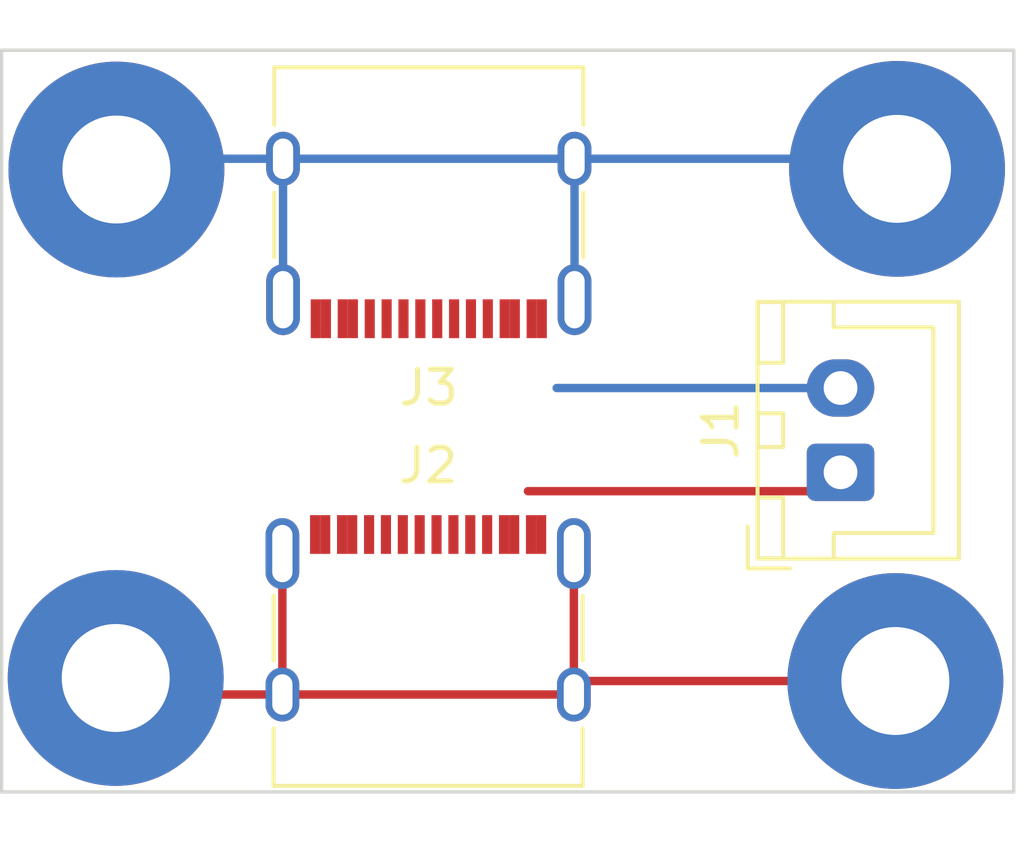
<source format=kicad_pcb>
(kicad_pcb (version 20211014) (generator pcbnew)
  (layers (0 "F.Cu" signal) (31 "B.Cu" signal) (34 "B.Paste" user) (35 "F.Paste" user) (36 "B.SilkS" user "B.Silkscreen") (37 "F.SilkS" user "F.Silkscreen") (38 "B.Mask" user) (39 "F.Mask" user) (44 "Edge.Cuts" user))
  (net 0 "")
  (net 1 "GND")
  (net 2 "+5V")
  (net 3 "Net-(J2-PadA5)")
  (net 4 "Net-(J2-PadA6)")
  (net 5 "Net-(J2-PadA7)")
  (net 6 "Net-(J2-PadA8)")
  (net 7 "Net-(J2-PadB5)")
  (net 8 "Net-(J2-PadB6)")
  (net 9 "Net-(J2-PadB7)")
  (net 10 "Net-(J2-PadB8)")
  (footprint "" (layer "F.Cu") (at 171.49 92.71)
    (fp_text reference "" (at 0 0) (layer "F.SilkS") (effects (font (size 1.27 1.27))))
    (fp_text value "" (at 0 0) (layer "F.SilkS") (effects (font (size 1.27 1.27))))
    (pad "1" thru_hole circle locked (at 0 0) (size 6.4 6.4) (drill 3.2) (layers *.Cu *.Mask) (net 1 "GND"))
  )
  (footprint "" (layer "F.Cu") (at 171.54 77.52)
    (fp_text reference "" (at 0 0) (layer "F.SilkS") (effects (font (size 1.27 1.27))))
    (fp_text value "" (at 0 0) (layer "F.SilkS") (effects (font (size 1.27 1.27))))
    (pad "1" thru_hole circle locked (at 0 0) (size 6.4 6.4) (drill 3.2) (layers *.Cu *.Mask) (net 1 "GND"))
  )
  (footprint "" (layer "F.Cu") (at 148.38 92.62)
    (fp_text reference "" (at 0 0) (layer "F.SilkS") (effects (font (size 1.27 1.27))))
    (fp_text value "" (at 0 0) (layer "F.SilkS") (effects (font (size 1.27 1.27))))
    (pad "1" thru_hole circle locked (at 0 0) (size 6.4 6.4) (drill 3.2) (layers *.Cu *.Mask) (net 1 "GND"))
  )
  (footprint "" (layer "F.Cu") (at 148.4 77.54)
    (fp_text reference "" (at 0 0) (layer "F.SilkS") (effects (font (size 1.27 1.27))))
    (fp_text value "" (at 0 0) (layer "F.SilkS") (effects (font (size 1.27 1.27))))
    (pad "1" thru_hole circle locked (at 0 0) (size 6.4 6.4) (drill 3.2) (layers *.Cu *.Mask) (net 1 "GND"))
  )
  (footprint "Connector_USB:USB_C_Receptacle_XKB_U262-16XN-4BVC11" (layer "F.Cu") (at 157.66 78.295 180)
    (fp_text reference "J3" (at 0 -5.715) (layer "F.SilkS"))
    (fp_text value "USB_C_Receptacle_USB2.0")
    (fp_line (start -4.58 -1.85) (end -4.58 0.07) (layer "F.SilkS") (width 0.12))
    (fp_line (start 4.58 0.07) (end 4.58 -1.85) (layer "F.SilkS") (width 0.12))
    (fp_line (start 4.58 3.785) (end -4.58 3.785) (layer "F.SilkS") (width 0.12))
    (fp_line (start 4.58 2.08) (end 4.58 3.785) (layer "F.SilkS") (width 0.12))
    (fp_line (start -4.58 3.785) (end -4.58 2.08) (layer "F.SilkS") (width 0.12))
    (pad "" np_thru_hole circle (at 2.89 -2.605 180) (size 0.65 0.65) (drill 0.65) (layers *.Cu *.Mask))
    (pad "" np_thru_hole circle (at -2.89 -2.605 180) (size 0.65 0.65) (drill 0.65) (layers *.Cu *.Mask))
    (pad "A1" smd rect (at -3.35 -3.67 180) (size 0.3 1.15) (layers "F.Cu" "F.Paste" "F.Mask") (net 1 "GND"))
    (pad "A4" smd rect (at -2.55 -3.67 180) (size 0.3 1.15) (layers "F.Cu" "F.Paste" "F.Mask") (net 2 "+5V"))
    (pad "A5" smd rect (at -1.25 -3.67 180) (size 0.3 1.15) (layers "F.Cu" "F.Paste" "F.Mask") (net 7 "Net-(J2-PadB5)"))
    (pad "A6" smd rect (at -0.25 -3.67 180) (size 0.3 1.15) (layers "F.Cu" "F.Paste" "F.Mask") (net 8 "Net-(J2-PadB6)"))
    (pad "A7" smd rect (at 0.25 -3.67 180) (size 0.3 1.15) (layers "F.Cu" "F.Paste" "F.Mask") (net 9 "Net-(J2-PadB7)"))
    (pad "A8" smd rect (at 1.25 -3.67 180) (size 0.3 1.15) (layers "F.Cu" "F.Paste" "F.Mask") (net 10 "Net-(J2-PadB8)"))
    (pad "A9" smd rect (at 2.55 -3.67 180) (size 0.3 1.15) (layers "F.Cu" "F.Paste" "F.Mask") (net 2 "+5V"))
    (pad "A12" smd rect (at 3.35 -3.67 180) (size 0.3 1.15) (layers "F.Cu" "F.Paste" "F.Mask") (net 1 "GND"))
    (pad "B1" smd rect (at 3.05 -3.67 180) (size 0.3 1.15) (layers "F.Cu" "F.Paste" "F.Mask") (net 1 "GND"))
    (pad "B4" smd rect (at 2.25 -3.67 180) (size 0.3 1.15) (layers "F.Cu" "F.Paste" "F.Mask") (net 2 "+5V"))
    (pad "B5" smd rect (at 1.75 -3.67 180) (size 0.3 1.15) (layers "F.Cu" "F.Paste" "F.Mask") (net 3 "Net-(J2-PadA5)"))
    (pad "B6" smd rect (at 0.75 -3.67 180) (size 0.3 1.15) (layers "F.Cu" "F.Paste" "F.Mask") (net 4 "Net-(J2-PadA6)"))
    (pad "B7" smd rect (at -0.75 -3.67 180) (size 0.3 1.15) (layers "F.Cu" "F.Paste" "F.Mask") (net 5 "Net-(J2-PadA7)"))
    (pad "B8" smd rect (at -1.75 -3.67 180) (size 0.3 1.15) (layers "F.Cu" "F.Paste" "F.Mask") (net 6 "Net-(J2-PadA8)"))
    (pad "B9" smd rect (at -2.25 -3.67 180) (size 0.3 1.15) (layers "F.Cu" "F.Paste" "F.Mask") (net 2 "+5V"))
    (pad "B12" smd rect (at -3.05 -3.67 180) (size 0.3 1.15) (layers "F.Cu" "F.Paste" "F.Mask") (net 1 "GND"))
    (pad "S1" thru_hole oval (at -4.32 -3.105 180) (size 1 2.1) (drill oval 0.6 1.7) (layers *.Cu *.Mask) (net 1 "GND"))
    (pad "S1" thru_hole oval (at -4.32 1.075 180) (size 1 1.6) (drill oval 0.6 1.2) (layers *.Cu *.Mask) (net 1 "GND"))
    (pad "S1" thru_hole oval (at 4.32 1.075 180) (size 1 1.6) (drill oval 0.6 1.2) (layers *.Cu *.Mask) (net 1 "GND"))
    (pad "S1" thru_hole oval (at 4.32 -3.105 180) (size 1 2.1) (drill oval 0.6 1.7) (layers *.Cu *.Mask) (net 1 "GND"))
  )
  (footprint "Connector_JST:JST_XH_B2B-XH-A_1x02_P2.50mm_Vertical" (layer "F.Cu") (at 169.865 86.52 90)
    (fp_text reference "J1" (at 1.25 -3.55 90) (layer "F.SilkS"))
    (fp_text value "Conn_01x02")
    (fp_line (start 5.05 -1.7) (end 5.05 -2.45) (layer "F.SilkS") (width 0.12))
    (fp_line (start -0.75 -2.45) (end -2.55 -2.45) (layer "F.SilkS") (width 0.12))
    (fp_line (start -1.8 -0.2) (end -1.8 2.75) (layer "F.SilkS") (width 0.12))
    (fp_line (start -1.8 2.75) (end 1.25 2.75) (layer "F.SilkS") (width 0.12))
    (fp_line (start -2.56 -2.46) (end -2.56 3.51) (layer "F.SilkS") (width 0.12))
    (fp_line (start 4.3 2.75) (end 1.25 2.75) (layer "F.SilkS") (width 0.12))
    (fp_line (start 5.06 3.51) (end 5.06 -2.46) (layer "F.SilkS") (width 0.12))
    (fp_line (start 3.25 -2.45) (end 3.25 -1.7) (layer "F.SilkS") (width 0.12))
    (fp_line (start -0.75 -1.7) (end -0.75 -2.45) (layer "F.SilkS") (width 0.12))
    (fp_line (start -2.85 -2.75) (end -2.85 -1.5) (layer "F.SilkS") (width 0.12))
    (fp_line (start -2.55 -1.7) (end -0.75 -1.7) (layer "F.SilkS") (width 0.12))
    (fp_line (start 5.06 -2.46) (end -2.56 -2.46) (layer "F.SilkS") (width 0.12))
    (fp_line (start -2.56 3.51) (end 5.06 3.51) (layer "F.SilkS") (width 0.12))
    (fp_line (start 1.75 -2.45) (end 0.75 -2.45) (layer "F.SilkS") (width 0.12))
    (fp_line (start 5.05 -2.45) (end 3.25 -2.45) (layer "F.SilkS") (width 0.12))
    (fp_line (start -2.55 -0.2) (end -1.8 -0.2) (layer "F.SilkS") (width 0.12))
    (fp_line (start 4.3 -0.2) (end 4.3 2.75) (layer "F.SilkS") (width 0.12))
    (fp_line (start -2.55 -2.45) (end -2.55 -1.7) (layer "F.SilkS") (width 0.12))
    (fp_line (start 3.25 -1.7) (end 5.05 -1.7) (layer "F.SilkS") (width 0.12))
    (fp_line (start -1.6 -2.75) (end -2.85 -2.75) (layer "F.SilkS") (width 0.12))
    (fp_line (start 5.05 -0.2) (end 4.3 -0.2) (layer "F.SilkS") (width 0.12))
    (fp_line (start 1.75 -1.7) (end 1.75 -2.45) (layer "F.SilkS") (width 0.12))
    (fp_line (start 0.75 -2.45) (end 0.75 -1.7) (layer "F.SilkS") (width 0.12))
    (fp_line (start 0.75 -1.7) (end 1.75 -1.7) (layer "F.SilkS") (width 0.12))
    (pad "1" thru_hole roundrect (at 0 0 90) (size 1.7 2) (drill 1) (layers *.Cu *.Mask) (roundrect_rratio 0.147059) (net 2 "+5V"))
    (pad "2" thru_hole oval (at 2.5 0 90) (size 1.7 2) (drill 1) (layers *.Cu *.Mask) (net 2 "+5V"))
  )
  (footprint "Connector_USB:USB_C_Receptacle_XKB_U262-16XN-4BVC11" (layer "F.Cu") (at 157.64 92.035)
    (fp_text reference "J2" (at 0 -5.715) (layer "F.SilkS"))
    (fp_text value "USB_C_Receptacle_USB2.0")
    (fp_line (start 4.58 3.785) (end -4.58 3.785) (layer "F.SilkS") (width 0.12))
    (fp_line (start 4.58 2.08) (end 4.58 3.785) (layer "F.SilkS") (width 0.12))
    (fp_line (start 4.58 0.07) (end 4.58 -1.85) (layer "F.SilkS") (width 0.12))
    (fp_line (start -4.58 -1.85) (end -4.58 0.07) (layer "F.SilkS") (width 0.12))
    (fp_line (start -4.58 3.785) (end -4.58 2.08) (layer "F.SilkS") (width 0.12))
    (pad "" np_thru_hole circle (at 2.89 -2.605) (size 0.65 0.65) (drill 0.65) (layers *.Cu *.Mask))
    (pad "" np_thru_hole circle (at -2.89 -2.605) (size 0.65 0.65) (drill 0.65) (layers *.Cu *.Mask))
    (pad "A1" smd rect (at -3.35 -3.67) (size 0.3 1.15) (layers "F.Cu" "F.Paste" "F.Mask") (net 1 "GND"))
    (pad "A4" smd rect (at -2.55 -3.67) (size 0.3 1.15) (layers "F.Cu" "F.Paste" "F.Mask") (net 2 "+5V"))
    (pad "A5" smd rect (at -1.25 -3.67) (size 0.3 1.15) (layers "F.Cu" "F.Paste" "F.Mask") (net 3 "Net-(J2-PadA5)"))
    (pad "A6" smd rect (at -0.25 -3.67) (size 0.3 1.15) (layers "F.Cu" "F.Paste" "F.Mask") (net 4 "Net-(J2-PadA6)"))
    (pad "A7" smd rect (at 0.25 -3.67) (size 0.3 1.15) (layers "F.Cu" "F.Paste" "F.Mask") (net 5 "Net-(J2-PadA7)"))
    (pad "A8" smd rect (at 1.25 -3.67) (size 0.3 1.15) (layers "F.Cu" "F.Paste" "F.Mask") (net 6 "Net-(J2-PadA8)"))
    (pad "A9" smd rect (at 2.55 -3.67) (size 0.3 1.15) (layers "F.Cu" "F.Paste" "F.Mask") (net 2 "+5V"))
    (pad "A12" smd rect (at 3.35 -3.67) (size 0.3 1.15) (layers "F.Cu" "F.Paste" "F.Mask") (net 1 "GND"))
    (pad "B1" smd rect (at 3.05 -3.67) (size 0.3 1.15) (layers "F.Cu" "F.Paste" "F.Mask") (net 1 "GND"))
    (pad "B4" smd rect (at 2.25 -3.67) (size 0.3 1.15) (layers "F.Cu" "F.Paste" "F.Mask") (net 2 "+5V"))
    (pad "B5" smd rect (at 1.75 -3.67) (size 0.3 1.15) (layers "F.Cu" "F.Paste" "F.Mask") (net 7 "Net-(J2-PadB5)"))
    (pad "B6" smd rect (at 0.75 -3.67) (size 0.3 1.15) (layers "F.Cu" "F.Paste" "F.Mask") (net 8 "Net-(J2-PadB6)"))
    (pad "B7" smd rect (at -0.75 -3.67) (size 0.3 1.15) (layers "F.Cu" "F.Paste" "F.Mask") (net 9 "Net-(J2-PadB7)"))
    (pad "B8" smd rect (at -1.75 -3.67) (size 0.3 1.15) (layers "F.Cu" "F.Paste" "F.Mask") (net 10 "Net-(J2-PadB8)"))
    (pad "B9" smd rect (at -2.25 -3.67) (size 0.3 1.15) (layers "F.Cu" "F.Paste" "F.Mask") (net 2 "+5V"))
    (pad "B12" smd rect (at -3.05 -3.67) (size 0.3 1.15) (layers "F.Cu" "F.Paste" "F.Mask") (net 1 "GND"))
    (pad "S1" thru_hole oval (at -4.32 -3.105) (size 1 2.1) (drill oval 0.6 1.7) (layers *.Cu *.Mask) (net 1 "GND"))
    (pad "S1" thru_hole oval (at -4.32 1.075) (size 1 1.6) (drill oval 0.6 1.2) (layers *.Cu *.Mask) (net 1 "GND"))
    (pad "S1" thru_hole oval (at 4.32 1.075) (size 1 1.6) (drill oval 0.6 1.2) (layers *.Cu *.Mask) (net 1 "GND"))
    (pad "S1" thru_hole oval (at 4.32 -3.105) (size 1 2.1) (drill oval 0.6 1.7) (layers *.Cu *.Mask) (net 1 "GND"))
  )
  (gr_line (start 175 74) (end 145 74) (layer "Edge.Cuts") (width 0.1))
  (gr_line (start 145 74) (end 145 96) (layer "Edge.Cuts") (width 0.1))
  (gr_line (start 175 74) (end 175 96) (layer "Edge.Cuts") (width 0.1))
  (gr_line (start 175 96) (end 145 96) (layer "Edge.Cuts") (width 0.1))
  (segment (start 148.38 92.62) (end 148.87 93.11) (width 0.25) (layer "F.Cu") (net 1))
  (segment (start 171.49 92.71) (end 162.36 92.71) (width 0.25) (layer "F.Cu") (net 1))
  (segment (start 161.96 88.93) (end 161.96 93.11) (width 0.25) (layer "F.Cu") (net 1))
  (segment (start 162.36 92.71) (end 161.96 93.11) (width 0.25) (layer "F.Cu") (net 1))
  (segment (start 153.32 93.11) (end 161.96 93.11) (width 0.25) (layer "F.Cu") (net 1))
  (segment (start 153.32 93.11) (end 153.32 88.93) (width 0.25) (layer "F.Cu") (net 1))
  (segment (start 148.87 93.11) (end 153.32 93.11) (width 0.25) (layer "F.Cu") (net 1))
  (segment (start 153.34 77.22) (end 148.72 77.22) (width 0.25) (layer "B.Cu") (net 1))
  (segment (start 148.72 77.22) (end 148.4 77.54) (width 0.25) (layer "B.Cu") (net 1))
  (segment (start 161.98 77.22) (end 161.98 81.4) (width 0.25) (layer "B.Cu") (net 1))
  (segment (start 161.98 77.22) (end 171.24 77.22) (width 0.25) (layer "B.Cu") (net 1))
  (segment (start 153.34 77.22) (end 161.98 77.22) (width 0.25) (layer "B.Cu") (net 1))
  (segment (start 153.34 81.4) (end 153.34 77.22) (width 0.25) (layer "B.Cu") (net 1))
  (segment (start 171.24 77.22) (end 171.54 77.52) (width 0.25) (layer "B.Cu") (net 1))
  (segment (start 169.305 87.08) (end 160.6 87.08) (width 0.25) (layer "F.Cu") (net 2))
  (segment (start 169.865 86.52) (end 169.305 87.08) (width 0.25) (layer "F.Cu") (net 2))
  (segment (start 161.45 84.02) (end 169.865 84.02) (width 0.25) (layer "B.Cu") (net 2))
)
</source>
